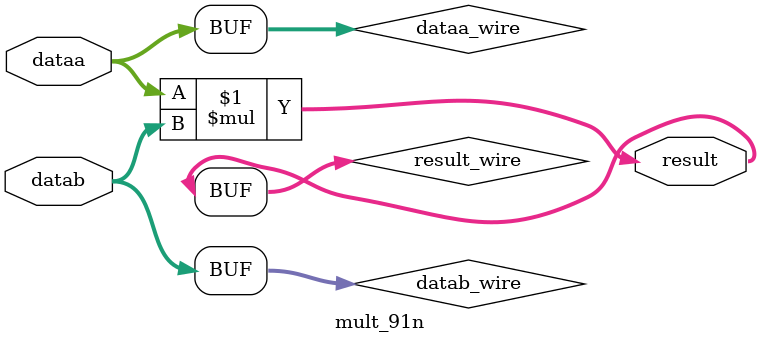
<source format=v>






//synthesis_resources = 
//synopsys translate_off
`timescale 1 ps / 1 ps
//synopsys translate_on
module  mult_91n
	( 
	dataa,
	datab,
	result) /* synthesis synthesis_clearbox=1 */;
	input   [23:0]  dataa;
	input   [15:0]  datab;
	output   [39:0]  result;

	wire signed	[23:0]    dataa_wire;
	wire signed	[15:0]    datab_wire;
	wire signed	[39:0]    result_wire;



	assign dataa_wire = dataa;
	assign datab_wire = datab;
	assign result_wire = dataa_wire * datab_wire;
	assign result = ({result_wire[39:0]});

endmodule //mult_91n
//VALID FILE

</source>
